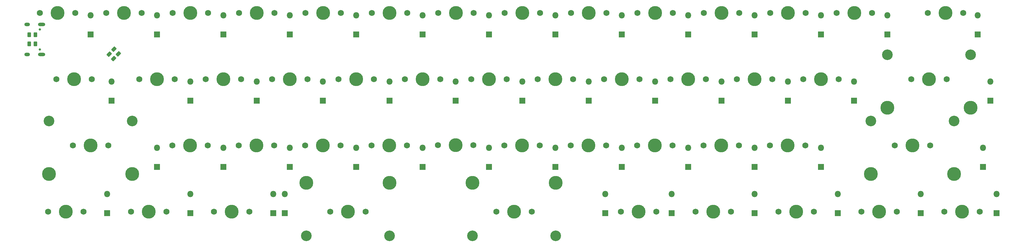
<source format=gts>
G04 #@! TF.GenerationSoftware,KiCad,Pcbnew,8.0.4*
G04 #@! TF.CreationDate,2024-10-13T21:39:06+03:00*
G04 #@! TF.ProjectId,4040,34303430-2e6b-4696-9361-645f70636258,rev?*
G04 #@! TF.SameCoordinates,Original*
G04 #@! TF.FileFunction,Soldermask,Top*
G04 #@! TF.FilePolarity,Negative*
%FSLAX46Y46*%
G04 Gerber Fmt 4.6, Leading zero omitted, Abs format (unit mm)*
G04 Created by KiCad (PCBNEW 8.0.4) date 2024-10-13 21:39:06*
%MOMM*%
%LPD*%
G01*
G04 APERTURE LIST*
G04 Aperture macros list*
%AMRoundRect*
0 Rectangle with rounded corners*
0 $1 Rounding radius*
0 $2 $3 $4 $5 $6 $7 $8 $9 X,Y pos of 4 corners*
0 Add a 4 corners polygon primitive as box body*
4,1,4,$2,$3,$4,$5,$6,$7,$8,$9,$2,$3,0*
0 Add four circle primitives for the rounded corners*
1,1,$1+$1,$2,$3*
1,1,$1+$1,$4,$5*
1,1,$1+$1,$6,$7*
1,1,$1+$1,$8,$9*
0 Add four rect primitives between the rounded corners*
20,1,$1+$1,$2,$3,$4,$5,0*
20,1,$1+$1,$4,$5,$6,$7,0*
20,1,$1+$1,$6,$7,$8,$9,0*
20,1,$1+$1,$8,$9,$2,$3,0*%
G04 Aperture macros list end*
%ADD10C,1.750000*%
%ADD11C,3.987800*%
%ADD12RoundRect,0.250000X-0.503814X-0.132583X-0.132583X-0.503814X0.503814X0.132583X0.132583X0.503814X0*%
%ADD13C,3.048000*%
%ADD14RoundRect,0.250000X-0.262500X-0.450000X0.262500X-0.450000X0.262500X0.450000X-0.262500X0.450000X0*%
%ADD15R,1.800000X1.800000*%
%ADD16O,1.800000X1.800000*%
%ADD17C,0.650000*%
%ADD18O,1.600000X1.000000*%
%ADD19O,2.100000X1.000000*%
G04 APERTURE END LIST*
D10*
X214940000Y-81590000D03*
D11*
X220020000Y-81590000D03*
D10*
X225100000Y-81590000D03*
X243509800Y-100634800D03*
D11*
X248589800Y-100634800D03*
D10*
X253669800Y-100634800D03*
X281609800Y-100660200D03*
D11*
X286689800Y-100660200D03*
D10*
X291769800Y-100660200D03*
X176840000Y-81590000D03*
D11*
X181920000Y-81590000D03*
D10*
X187000000Y-81590000D03*
X100634800Y-119684800D03*
D11*
X105714800Y-119684800D03*
D10*
X110794800Y-119684800D03*
X157784800Y-119684800D03*
D11*
X162864800Y-119684800D03*
D10*
X167944800Y-119684800D03*
X195890000Y-81590000D03*
D11*
X200970000Y-81590000D03*
D10*
X206050000Y-81590000D03*
X67303020Y-100634800D03*
D11*
X72383020Y-100634800D03*
D10*
X77463020Y-100634800D03*
X214924000Y-119684800D03*
D11*
X220004000Y-119684800D03*
D10*
X225084000Y-119684800D03*
X291140000Y-81590000D03*
D11*
X296220000Y-81590000D03*
D10*
X301300000Y-81590000D03*
X195874000Y-119684800D03*
D11*
X200954000Y-119684800D03*
D10*
X206034000Y-119684800D03*
X262559800Y-100660200D03*
D11*
X267639800Y-100660200D03*
D10*
X272719800Y-100660200D03*
X167309800Y-100634800D03*
D11*
X172389800Y-100634800D03*
D10*
X177469800Y-100634800D03*
X62540000Y-81590000D03*
D11*
X67620000Y-81590000D03*
D10*
X72700000Y-81590000D03*
X233990000Y-81590000D03*
D11*
X239070000Y-81590000D03*
D10*
X244150000Y-81590000D03*
X88747600Y-138760200D03*
D11*
X93827600Y-138760200D03*
D10*
X98907600Y-138760200D03*
D12*
X82462440Y-93457960D03*
X83752910Y-94748430D03*
D10*
X176834800Y-119682150D03*
D11*
X181914800Y-119682150D03*
D10*
X186994800Y-119682150D03*
X119684800Y-119684800D03*
D11*
X124764800Y-119684800D03*
D10*
X129844800Y-119684800D03*
X317335000Y-81590000D03*
D11*
X322415000Y-81590000D03*
D10*
X327495000Y-81590000D03*
X272074000Y-119684800D03*
D11*
X277154000Y-119684800D03*
D10*
X282234000Y-119684800D03*
D13*
X65201800Y-112699800D03*
D11*
X65201800Y-127939800D03*
D10*
X72059800Y-119684800D03*
D11*
X77139800Y-119684800D03*
D10*
X82219800Y-119684800D03*
D13*
X89077800Y-112699800D03*
D11*
X89077800Y-127939800D03*
X139014200Y-130479800D03*
D13*
X139014200Y-145719800D03*
D10*
X145872200Y-138734800D03*
D11*
X150952200Y-138734800D03*
D10*
X156032200Y-138734800D03*
D11*
X162890200Y-130479800D03*
D13*
X162890200Y-145719800D03*
X305714400Y-93675200D03*
D11*
X305714400Y-108915200D03*
D10*
X312572400Y-100660200D03*
D11*
X317652400Y-100660200D03*
D10*
X322732400Y-100660200D03*
D13*
X329590400Y-93675200D03*
D11*
X329590400Y-108915200D03*
D14*
X59516000Y-87909400D03*
X61341000Y-87909400D03*
D11*
X186664600Y-130479800D03*
D13*
X186664600Y-145719800D03*
D10*
X193522600Y-138734800D03*
D11*
X198602600Y-138734800D03*
D10*
X203682600Y-138734800D03*
D11*
X210540600Y-130479800D03*
D13*
X210540600Y-145719800D03*
D10*
X272090000Y-81590000D03*
D11*
X277170000Y-81590000D03*
D10*
X282250000Y-81590000D03*
X110159800Y-100634800D03*
D11*
X115239800Y-100634800D03*
D10*
X120319800Y-100634800D03*
X205409800Y-100634800D03*
D11*
X210489800Y-100634800D03*
D10*
X215569800Y-100634800D03*
X91099640Y-100634800D03*
D11*
X96179640Y-100634800D03*
D10*
X101259640Y-100634800D03*
X64922400Y-138760200D03*
D11*
X70002400Y-138760200D03*
D10*
X75082400Y-138760200D03*
X186359800Y-100634800D03*
D11*
X191439800Y-100634800D03*
D10*
X196519800Y-100634800D03*
X229250000Y-138757550D03*
D11*
X234330000Y-138757550D03*
D10*
X239410000Y-138757550D03*
X138734800Y-119684800D03*
D11*
X143814800Y-119684800D03*
D10*
X148894800Y-119684800D03*
X274472400Y-138760200D03*
D11*
X279552400Y-138760200D03*
D10*
X284632400Y-138760200D03*
X253024000Y-119684800D03*
D11*
X258104000Y-119684800D03*
D10*
X263184000Y-119684800D03*
X298297600Y-138760200D03*
D11*
X303377600Y-138760200D03*
D10*
X308457600Y-138760200D03*
D13*
X300964600Y-112699800D03*
D11*
X300964600Y-127939800D03*
D10*
X307822600Y-119684800D03*
D11*
X312902600Y-119684800D03*
D10*
X317982600Y-119684800D03*
D13*
X324840600Y-112699800D03*
D11*
X324840600Y-127939800D03*
D10*
X112558200Y-138760200D03*
D11*
X117638200Y-138760200D03*
D10*
X122718200Y-138760200D03*
X224459800Y-100647000D03*
D11*
X229539800Y-100647000D03*
D10*
X234619800Y-100647000D03*
X157790000Y-81590000D03*
D11*
X162870000Y-81590000D03*
D10*
X167950000Y-81590000D03*
X100640000Y-81590000D03*
D11*
X105720000Y-81590000D03*
D10*
X110800000Y-81590000D03*
X119690000Y-81590000D03*
D11*
X124770000Y-81590000D03*
D10*
X129850000Y-81590000D03*
X129209800Y-100634800D03*
D11*
X134289800Y-100634800D03*
D10*
X139369800Y-100634800D03*
D14*
X59516000Y-90525600D03*
X61341000Y-90525600D03*
D12*
X83845400Y-92075000D03*
X85135870Y-93365470D03*
D10*
X322110100Y-138752580D03*
D11*
X327190100Y-138752580D03*
D10*
X332270100Y-138752580D03*
X233974000Y-119684800D03*
D11*
X239054000Y-119684800D03*
D10*
X244134000Y-119684800D03*
X138740000Y-81590000D03*
D11*
X143820000Y-81590000D03*
D10*
X148900000Y-81590000D03*
X250672600Y-138760200D03*
D11*
X255752600Y-138760200D03*
D10*
X260832600Y-138760200D03*
X253040000Y-81590000D03*
D11*
X258120000Y-81590000D03*
D10*
X263200000Y-81590000D03*
X81590000Y-81590000D03*
D11*
X86670000Y-81590000D03*
D10*
X91750000Y-81590000D03*
X148259800Y-100634800D03*
D11*
X153339800Y-100634800D03*
D10*
X158419800Y-100634800D03*
D15*
X77165200Y-87829500D03*
D16*
X77165200Y-82329500D03*
D15*
X331647800Y-87829500D03*
D16*
X331647800Y-82329500D03*
D15*
X296214800Y-106879500D03*
D16*
X296214800Y-101379500D03*
D15*
X267665200Y-87829500D03*
D16*
X267665200Y-82329500D03*
D15*
X105765600Y-106879500D03*
D16*
X105765600Y-101379500D03*
D15*
X286715200Y-125929500D03*
D16*
X286715200Y-120429500D03*
D15*
X267665200Y-139188300D03*
D16*
X267665200Y-133688300D03*
D15*
X286715200Y-87829500D03*
D16*
X286715200Y-82329500D03*
D15*
X172389800Y-125929500D03*
D16*
X172389800Y-120429500D03*
D15*
X81915000Y-139205600D03*
D16*
X81915000Y-133705600D03*
D15*
X258140200Y-106879500D03*
D16*
X258140200Y-101379500D03*
D17*
X62594800Y-92145600D03*
X62594800Y-86365600D03*
D18*
X58944800Y-93575600D03*
D19*
X63124800Y-93575600D03*
D18*
X58944800Y-84935600D03*
D19*
X63124800Y-84935600D03*
D15*
X105740200Y-139188300D03*
D16*
X105740200Y-133688300D03*
D15*
X134315200Y-87829500D03*
D16*
X134315200Y-82329500D03*
D15*
X115265200Y-125929500D03*
D16*
X115265200Y-120429500D03*
D15*
X210515200Y-125929500D03*
D16*
X210515200Y-120429500D03*
D15*
X162890200Y-106879500D03*
D16*
X162890200Y-101379500D03*
D15*
X243865400Y-139188300D03*
D16*
X243865400Y-133688300D03*
D15*
X96189800Y-125929500D03*
D16*
X96189800Y-120429500D03*
D15*
X191439800Y-87829500D03*
D16*
X191439800Y-82329500D03*
D15*
X115265200Y-87829500D03*
D16*
X115265200Y-82329500D03*
D15*
X305739800Y-87829500D03*
D16*
X305739800Y-82329500D03*
D15*
X315290200Y-139188300D03*
D16*
X315290200Y-133688300D03*
D15*
X96215200Y-87829500D03*
D16*
X96215200Y-82329500D03*
D15*
X220040200Y-106879500D03*
D16*
X220040200Y-101379500D03*
D15*
X181914800Y-106879500D03*
D16*
X181914800Y-101379500D03*
D15*
X333197200Y-125929500D03*
D16*
X333197200Y-120429500D03*
D15*
X277190200Y-106879500D03*
D16*
X277190200Y-101379500D03*
D15*
X200990200Y-106879500D03*
D16*
X200990200Y-101379500D03*
D15*
X248615200Y-125929500D03*
D16*
X248615200Y-120429500D03*
D15*
X229565200Y-87829500D03*
D16*
X229565200Y-82329500D03*
D15*
X210515200Y-87829500D03*
D16*
X210515200Y-82329500D03*
D15*
X172415200Y-87829500D03*
D16*
X172415200Y-82329500D03*
D15*
X134315200Y-125929500D03*
D16*
X134315200Y-120429500D03*
D15*
X191465200Y-125929500D03*
D16*
X191465200Y-120429500D03*
D15*
X153365200Y-125929500D03*
D16*
X153365200Y-120429500D03*
D15*
X132867400Y-139188300D03*
D16*
X132867400Y-133688300D03*
D15*
X229565200Y-125929500D03*
D16*
X229565200Y-120429500D03*
D15*
X153365200Y-87829500D03*
D16*
X153365200Y-82329500D03*
D15*
X291490400Y-139188300D03*
D16*
X291490400Y-133688300D03*
D15*
X239090200Y-106879500D03*
D16*
X239090200Y-101379500D03*
D15*
X335280000Y-106879500D03*
D16*
X335280000Y-101379500D03*
D15*
X129540000Y-139188300D03*
D16*
X129540000Y-133688300D03*
D15*
X143814800Y-106879500D03*
D16*
X143814800Y-101379500D03*
D15*
X267639800Y-125929500D03*
D16*
X267639800Y-120429500D03*
D15*
X83134200Y-106879500D03*
D16*
X83134200Y-101379500D03*
D15*
X224815400Y-139188300D03*
D16*
X224815400Y-133688300D03*
D15*
X337058000Y-139188300D03*
D16*
X337058000Y-133688300D03*
D15*
X248615200Y-87829500D03*
D16*
X248615200Y-82329500D03*
D15*
X124790200Y-106879500D03*
D16*
X124790200Y-101379500D03*
M02*

</source>
